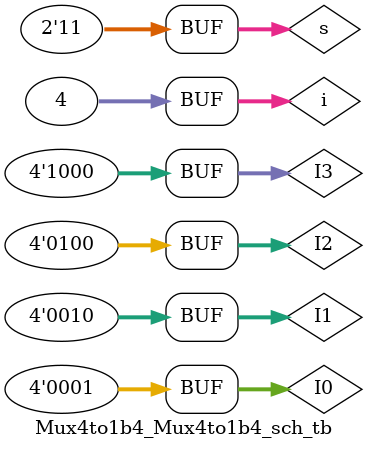
<source format=v>

`timescale 1ns / 1ps

module Mux4to1b4_Mux4to1b4_sch_tb();

// Inputs
   reg [1:0] s;
   reg [3:0] I0;
   reg [3:0] I2;
   reg [3:0] I3;
   reg [3:0] I1;

// Output
   wire [3:0] o;

// Bidirs

// Instantiate the UUT
   Mux4to1b4 UUT (
		.s(s), 
		.o(o), 
		.I0(I0), 
		.I2(I2), 
		.I3(I3), 
		.I1(I1)
   );
// Initialize Inputs
   //`ifdef auto_init
		integer i;
      initial begin
			I0 = 1;
			I1 = 2;
			I2 = 4;
			I3 = 8;
			
			for(i=0; i<=3; i=i+1) begin
				s = i;
				#50;
			end
		end
   //`endif
endmodule

</source>
